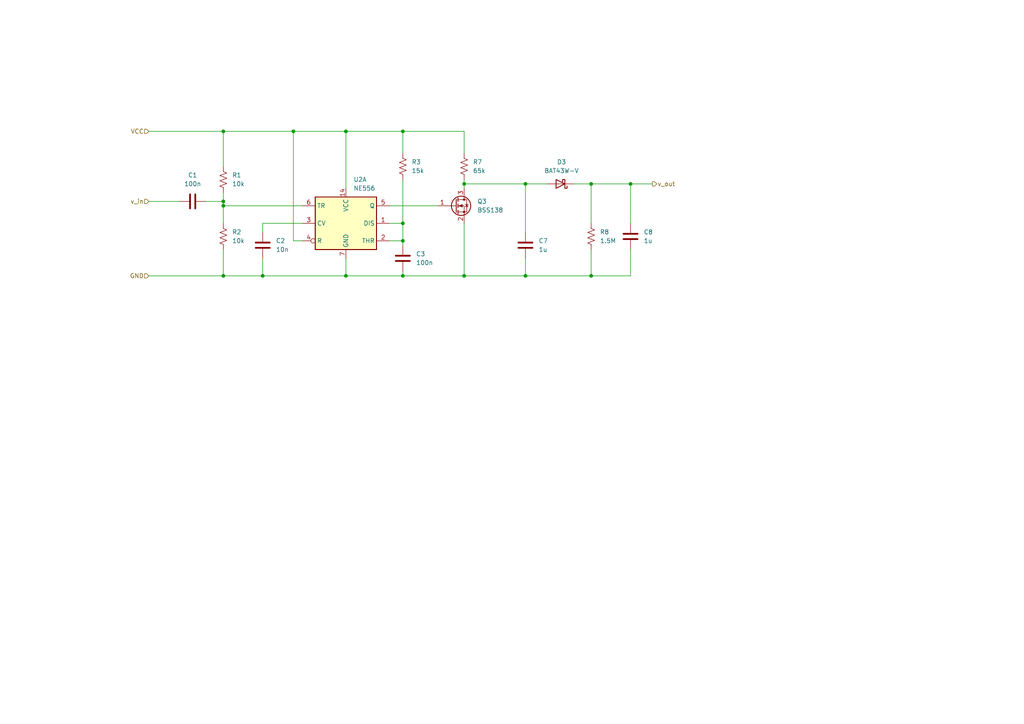
<source format=kicad_sch>
(kicad_sch (version 20231120) (generator "eeschema") (generator_version "8.0")
  (paper "A4")
  (lib_symbols
    (symbol "Device:C" (pin_numbers hide) (pin_names (offset 0.254))
      (property "Reference" "C" (at 0.635 2.54 0))
      (property "Value" "C" (at 0.635 -2.54 0))
      (symbol "C_0_1"
        (polyline (pts (xy -2.032 -0.762) (xy 2.032 -0.762)) (stroke (width 0.508)))
        (polyline (pts (xy -2.032 0.762) (xy 2.032 0.762)) (stroke (width 0.508)))
      )
      (symbol "C_1_1"
        (pin passive line (at 0 3.81 270) (length 2.794) (name "~") (number "1"))
        (pin passive line (at 0 -3.81 90) (length 2.794) (name "~") (number "2"))
      )
    )
    (symbol "Device:R_US" (pin_numbers hide) (pin_names (offset 0))
      (property "Reference" "R" (at 2.54 0 90))
      (property "Value" "R_US" (at -2.54 0 90))
      (symbol "R_US_0_1"
        (polyline (pts (xy 0 -2.286) (xy 0 -2.54)))
        (polyline (pts (xy 0 2.286) (xy 0 2.54)))
        (polyline (pts (xy 0 -0.762) (xy 1.016 -1.143) (xy 0 -1.524) (xy -1.016 -1.905) (xy 0 -2.286)))
        (polyline (pts (xy 0 0.762) (xy 1.016 0.381) (xy 0 0) (xy -1.016 -0.381) (xy 0 -0.762)))
        (polyline (pts (xy 0 2.286) (xy 1.016 1.905) (xy 0 1.524) (xy -1.016 1.143) (xy 0 0.762)))
      )
      (symbol "R_US_1_1"
        (pin passive line (at 0 3.81 270) (length 1.27) (name "~") (number "1"))
        (pin passive line (at 0 -3.81 90) (length 1.27) (name "~") (number "2"))
      )
    )
    (symbol "Diode:BAT43W-V" (pin_numbers hide) (pin_names (offset 1.016) hide)
      (property "Reference" "D" (at 0 2.54 0))
      (property "Value" "BAT43W-V" (at 0 -2.54 0))
      (symbol "BAT43W-V_0_1"
        (polyline (pts (xy 1.27 0) (xy -1.27 0)))
        (polyline (pts (xy 1.27 1.27) (xy 1.27 -1.27) (xy -1.27 0) (xy 1.27 1.27)) (stroke (width 0.254)))
        (polyline (pts (xy -1.905 0.635) (xy -1.905 1.27) (xy -1.27 1.27) (xy -1.27 -1.27) (xy -0.635 -1.27) (xy -0.635 -0.635)) (stroke (width 0.254)))
      )
      (symbol "BAT43W-V_1_1"
        (pin passive line (at -3.81 0 0) (length 2.54) (name "K") (number "1"))
        (pin passive line (at 3.81 0 180) (length 2.54) (name "A") (number "2"))
      )
    )
    (symbol "Timer:NE556"
      (property "Reference" "U" (at -10.16 8.89 0))
      (property "Value" "NE556" (at -10.16 -8.89 0))
      (symbol "NE556_0_0"
        (pin power_in line (at 0 10.16 270) (length 2.54) (name "VCC") (number "14"))
        (pin power_in line (at 0 -10.16 90) (length 2.54) (name "GND") (number "7"))
      )
      (symbol "NE556_0_1"
        (rectangle (start -8.89 -7.62) (end 8.89 7.62) (stroke (width 0.254)) (fill (type background)))
        (rectangle (start -8.89 -7.62) (end 8.89 7.62) (stroke (width 0.254)) (fill (type background)))
      )
      (symbol "NE556_1_1"
        (pin input line (at 12.7 0 180) (length 3.81) (name "DIS") (number "1"))
        (pin input line (at 12.7 -5.08 180) (length 3.81) (name "THR") (number "2"))
        (pin input line (at -12.7 0 0) (length 3.81) (name "CV") (number "3"))
        (pin input inverted (at -12.7 -5.08 0) (length 3.81) (name "R") (number "4"))
        (pin output line (at 12.7 5.08 180) (length 3.81) (name "Q") (number "5"))
        (pin input line (at -12.7 5.08 0) (length 3.81) (name "TR") (number "6"))
      )
      (symbol "NE556_2_1"
        (pin input inverted (at -12.7 -5.08 0) (length 3.81) (name "R") (number "10"))
        (pin input line (at -12.7 0 0) (length 3.81) (name "CV") (number "11"))
        (pin input line (at 12.7 -5.08 180) (length 3.81) (name "THR") (number "12"))
        (pin input line (at 12.7 0 180) (length 3.81) (name "DIS") (number "13"))
        (pin input line (at -12.7 5.08 0) (length 3.81) (name "TR") (number "8"))
        (pin output line (at 12.7 5.08 180) (length 3.81) (name "Q") (number "9"))
      )
    )
    (symbol "Transistor_FET:BSS138" (pin_names hide)
      (property "Reference" "Q" (at 5.08 1.905 0))
      (property "Value" "BSS138" (at 5.08 0 0))
      (symbol "BSS138_0_1"
        (polyline (pts (xy 0.254 0) (xy -2.54 0)))
        (polyline (pts (xy 0.254 1.905) (xy 0.254 -1.905)) (stroke (width 0.254)))
        (polyline (pts (xy 0.762 -1.27) (xy 0.762 -2.286)) (stroke (width 0.254)))
        (polyline (pts (xy 0.762 0.508) (xy 0.762 -0.508)) (stroke (width 0.254)))
        (polyline (pts (xy 0.762 2.286) (xy 0.762 1.27)) (stroke (width 0.254)))
        (polyline (pts (xy 2.54 2.54) (xy 2.54 1.778)))
        (polyline (pts (xy 2.54 -2.54) (xy 2.54 0) (xy 0.762 0)))
        (polyline (pts (xy 0.762 -1.778) (xy 3.302 -1.778) (xy 3.302 1.778) (xy 0.762 1.778)))
        (polyline (pts (xy 1.016 0) (xy 2.032 0.381) (xy 2.032 -0.381) (xy 1.016 0)) (fill (type outline)))
        (polyline (pts (xy 2.794 0.508) (xy 2.921 0.381) (xy 3.683 0.381) (xy 3.81 0.254)))
        (polyline (pts (xy 3.302 0.381) (xy 2.921 -0.254) (xy 3.683 -0.254) (xy 3.302 0.381)))
        (circle (center 1.651 0) (radius 2.794) (stroke (width 0.254)))
        (circle (center 2.54 -1.778) (radius 0.254) (fill (type outline)))
        (circle (center 2.54 1.778) (radius 0.254) (fill (type outline)))
      )
      (symbol "BSS138_1_1"
        (pin input line (at -5.08 0 0) (length 2.54) (name "G") (number "1"))
        (pin passive line (at 2.54 -5.08 90) (length 2.54) (name "S") (number "2"))
        (pin passive line (at 2.54 5.08 270) (length 2.54) (name "D") (number "3"))
      )
    )
  )
  (junction (at 64.77 38.1))
  (junction (at 116.84 38.1))
  (junction (at 182.88 53.34))
  (junction (at 64.77 59.69))
  (junction (at 64.77 80.01))
  (junction (at 116.84 80.01))
  (junction (at 85.09 38.1))
  (junction (at 152.4 53.34))
  (junction (at 100.33 38.1))
  (junction (at 116.84 64.77))
  (junction (at 64.77 58.42))
  (junction (at 134.62 80.01))
  (junction (at 171.45 53.34))
  (junction (at 171.45 80.01))
  (junction (at 134.62 53.34))
  (junction (at 116.84 69.85))
  (junction (at 76.2 80.01))
  (junction (at 152.4 80.01))
  (junction (at 100.33 80.01))
  (wire (pts (xy 64.77 58.42) (xy 64.77 59.69)))
  (wire (pts (xy 116.84 78.74) (xy 116.84 80.01)))
  (wire (pts (xy 85.09 38.1) (xy 85.09 69.85)))
  (wire (pts (xy 116.84 64.77) (xy 116.84 69.85)))
  (wire (pts (xy 85.09 38.1) (xy 100.33 38.1)))
  (wire (pts (xy 116.84 80.01) (xy 134.62 80.01)))
  (wire (pts (xy 134.62 53.34) (xy 134.62 54.61)))
  (wire (pts (xy 64.77 38.1) (xy 64.77 48.26)))
  (wire (pts (xy 116.84 52.07) (xy 116.84 64.77)))
  (wire (pts (xy 113.03 64.77) (xy 116.84 64.77)))
  (wire (pts (xy 152.4 80.01) (xy 171.45 80.01)))
  (wire (pts (xy 152.4 74.93) (xy 152.4 80.01)))
  (wire (pts (xy 64.77 80.01) (xy 76.2 80.01)))
  (wire (pts (xy 76.2 74.93) (xy 76.2 80.01)))
  (wire (pts (xy 64.77 38.1) (xy 85.09 38.1)))
  (wire (pts (xy 59.69 58.42) (xy 64.77 58.42)))
  (wire (pts (xy 182.88 53.34) (xy 182.88 64.77)))
  (wire (pts (xy 100.33 38.1) (xy 100.33 54.61)))
  (wire (pts (xy 43.18 58.42) (xy 52.07 58.42)))
  (wire (pts (xy 134.62 52.07) (xy 134.62 53.34)))
  (wire (pts (xy 116.84 69.85) (xy 116.84 71.12)))
  (wire (pts (xy 43.18 80.01) (xy 64.77 80.01)))
  (wire (pts (xy 171.45 72.39) (xy 171.45 80.01)))
  (wire (pts (xy 182.88 72.39) (xy 182.88 80.01)))
  (wire (pts (xy 76.2 80.01) (xy 100.33 80.01)))
  (wire (pts (xy 113.03 59.69) (xy 127 59.69)))
  (wire (pts (xy 100.33 74.93) (xy 100.33 80.01)))
  (wire (pts (xy 76.2 64.77) (xy 87.63 64.77)))
  (wire (pts (xy 134.62 53.34) (xy 152.4 53.34)))
  (wire (pts (xy 113.03 69.85) (xy 116.84 69.85)))
  (wire (pts (xy 64.77 72.39) (xy 64.77 80.01)))
  (wire (pts (xy 171.45 80.01) (xy 182.88 80.01)))
  (wire (pts (xy 87.63 59.69) (xy 64.77 59.69)))
  (wire (pts (xy 152.4 53.34) (xy 152.4 67.31)))
  (wire (pts (xy 43.18 38.1) (xy 64.77 38.1)))
  (wire (pts (xy 171.45 53.34) (xy 171.45 64.77)))
  (wire (pts (xy 100.33 80.01) (xy 116.84 80.01)))
  (wire (pts (xy 116.84 38.1) (xy 134.62 38.1)))
  (wire (pts (xy 64.77 59.69) (xy 64.77 64.77)))
  (wire (pts (xy 166.37 53.34) (xy 171.45 53.34)))
  (wire (pts (xy 100.33 38.1) (xy 116.84 38.1)))
  (wire (pts (xy 134.62 80.01) (xy 152.4 80.01)))
  (wire (pts (xy 85.09 69.85) (xy 87.63 69.85)))
  (wire (pts (xy 116.84 38.1) (xy 116.84 44.45)))
  (wire (pts (xy 64.77 55.88) (xy 64.77 58.42)))
  (wire (pts (xy 171.45 53.34) (xy 182.88 53.34)))
  (wire (pts (xy 134.62 64.77) (xy 134.62 80.01)))
  (wire (pts (xy 152.4 53.34) (xy 158.75 53.34)))
  (wire (pts (xy 76.2 64.77) (xy 76.2 67.31)))
  (wire (pts (xy 182.88 53.34) (xy 189.23 53.34)))
  (wire (pts (xy 134.62 38.1) (xy 134.62 44.45)))
  (hierarchical_label "VCC" (shape input) (at 43.18 38.1 180))
  (hierarchical_label "v_out" (shape output) (at 189.23 53.34 0))
  (hierarchical_label "GND" (shape input) (at 43.18 80.01 180))
  (hierarchical_label "v_in" (shape input) (at 43.18 58.42 180))
  (symbol (lib_id "Transistor_FET:BSS138") (at 132.08 59.69 0) (unit 1)
    (property "Reference" "Q3" (at 138.43 58.4199 0) (effects (justify left)))
    (property "Value" "BSS138" (at 138.43 60.9599 0) (effects (justify left)))
    (property "Footprint" "Package_TO_SOT_SMD:SOT-23" (effects (hide yes)))
    (property "Datasheet" "https://www.onsemi.com/pub/Collateral/BSS138-D.PDF" (effects (hide yes)))
    (property "Description" "50V Vds, 0.22A Id, N-Channel MOSFET, SOT-23" (effects (hide yes)))
  )
  (symbol (lib_id "Device:C") (at 116.84 74.93 180) (unit 1)
    (property "Reference" "C3" (at 120.65 73.6599 0) (effects (justify right)))
    (property "Value" "100n" (at 120.65 76.1999 0) (effects (justify right)))
    (property "Description" "Unpolarized capacitor" (effects (hide yes)))
  )
  (symbol (lib_id "Device:C") (at 152.4 71.12 180) (unit 1)
    (property "Reference" "C7" (at 156.21 69.8499 0) (effects (justify right)))
    (property "Value" "1u" (at 156.21 72.3899 0) (effects (justify right)))
    (property "Description" "Unpolarized capacitor" (effects (hide yes)))
  )
  (symbol (lib_id "Device:C") (at 76.2 71.12 180) (unit 1)
    (property "Reference" "C2" (at 80.01 69.8499 0) (effects (justify right)))
    (property "Value" "10n" (at 80.01 72.3899 0) (effects (justify right)))
    (property "Description" "Unpolarized capacitor" (effects (hide yes)))
  )
  (symbol (lib_id "Device:R_US") (at 64.77 52.07 0) (unit 1)
    (property "Reference" "R1" (at 67.31 50.7999 0) (effects (justify left)))
    (property "Value" "10k" (at 67.31 53.3399 0) (effects (justify left)))
    (property "Description" "Resistor, US symbol" (effects (hide yes)))
  )
  (symbol (lib_id "Device:R_US") (at 116.84 48.26 0) (unit 1)
    (property "Reference" "R3" (at 119.38 46.9899 0) (effects (justify left)))
    (property "Value" "15k" (at 119.38 49.5299 0) (effects (justify left)))
    (property "Description" "Resistor, US symbol" (effects (hide yes)))
  )
  (symbol (lib_id "Diode:BAT43W-V") (at 162.56 53.34 180) (unit 1)
    (property "Reference" "D3" (at 162.8775 46.99 0))
    (property "Value" "BAT43W-V" (at 162.8775 49.53 0))
    (property "Footprint" "Diode_SMD:D_SOD-123" (effects (hide yes)))
    (property "Datasheet" "http://www.vishay.com/docs/85660/bat42.pdf" (effects (hide yes)))
    (property "Description" "30V 0.2A Small Signal Schottky diode, SOD-123" (effects (hide yes)))
  )
  (symbol (lib_id "Device:R_US") (at 171.45 68.58 0) (unit 1)
    (property "Reference" "R8" (at 173.99 67.3099 0) (effects (justify left)))
    (property "Value" "1.5M" (at 173.99 69.8499 0) (effects (justify left)))
    (property "Description" "Resistor, US symbol" (effects (hide yes)))
  )
  (symbol (lib_id "Device:R_US") (at 64.77 68.58 0) (unit 1)
    (property "Reference" "R2" (at 67.31 67.3099 0) (effects (justify left)))
    (property "Value" "10k" (at 67.31 69.8499 0) (effects (justify left)))
    (property "Description" "Resistor, US symbol" (effects (hide yes)))
  )
  (symbol (lib_id "Device:R_US") (at 134.62 48.26 0) (unit 1)
    (property "Reference" "R7" (at 137.16 46.9899 0) (effects (justify left)))
    (property "Value" "65k" (at 137.16 49.5299 0) (effects (justify left)))
    (property "Description" "Resistor, US symbol" (effects (hide yes)))
  )
  (symbol (lib_id "Device:C") (at 182.88 68.58 180) (unit 1)
    (property "Reference" "C8" (at 186.69 67.3099 0) (effects (justify right)))
    (property "Value" "1u" (at 186.69 69.8499 0) (effects (justify right)))
    (property "Description" "Unpolarized capacitor" (effects (hide yes)))
  )
  (symbol (lib_id "Timer:NE556") (at 100.33 64.77 0) (unit 1)
    (property "Reference" "U2" (at 102.5241 52.07 0) (effects (justify left)))
    (property "Value" "NE556" (at 102.5241 54.61 0) (effects (justify left)))
    (property "Datasheet" "http://www.ti.com/lit/ds/symlink/ne556.pdf" (effects (hide yes)))
    (property "Description" "Dual Precision Timers, DIP-14/SOIC-14" (effects (hide yes)))
  )
  (symbol (lib_id "Device:C") (at 55.88 58.42 90) (unit 1)
    (property "Reference" "C1" (at 55.88 50.8 90))
    (property "Value" "100n" (at 55.88 53.34 90))
    (property "Description" "Unpolarized capacitor" (effects (hide yes)))
  )
)
</source>
